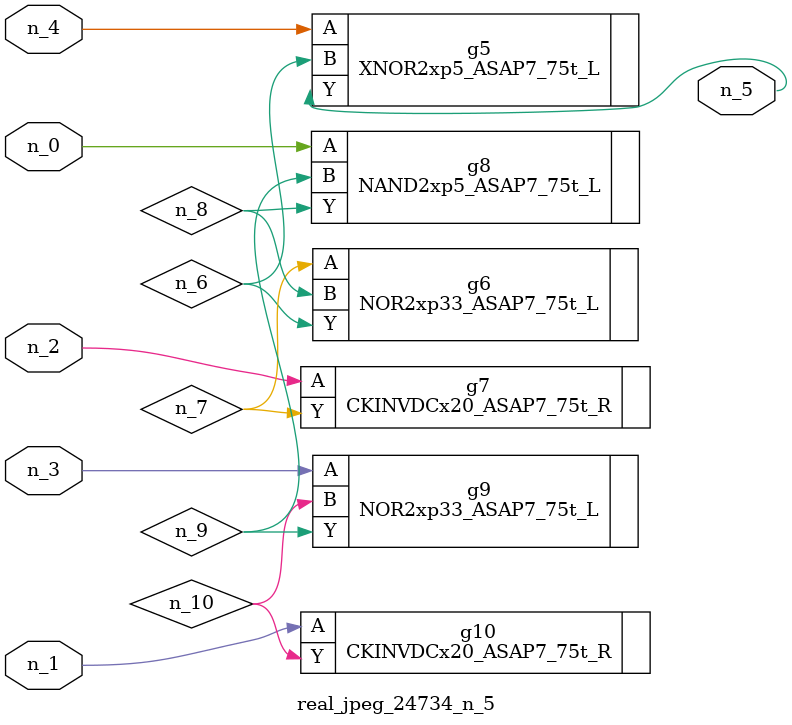
<source format=v>
module real_jpeg_24734_n_5 (n_4, n_0, n_1, n_2, n_3, n_5);

input n_4;
input n_0;
input n_1;
input n_2;
input n_3;

output n_5;

wire n_8;
wire n_6;
wire n_7;
wire n_10;
wire n_9;

NAND2xp5_ASAP7_75t_L g8 ( 
.A(n_0),
.B(n_9),
.Y(n_8)
);

CKINVDCx20_ASAP7_75t_R g10 ( 
.A(n_1),
.Y(n_10)
);

CKINVDCx20_ASAP7_75t_R g7 ( 
.A(n_2),
.Y(n_7)
);

NOR2xp33_ASAP7_75t_L g9 ( 
.A(n_3),
.B(n_10),
.Y(n_9)
);

XNOR2xp5_ASAP7_75t_L g5 ( 
.A(n_4),
.B(n_6),
.Y(n_5)
);

NOR2xp33_ASAP7_75t_L g6 ( 
.A(n_7),
.B(n_8),
.Y(n_6)
);


endmodule
</source>
